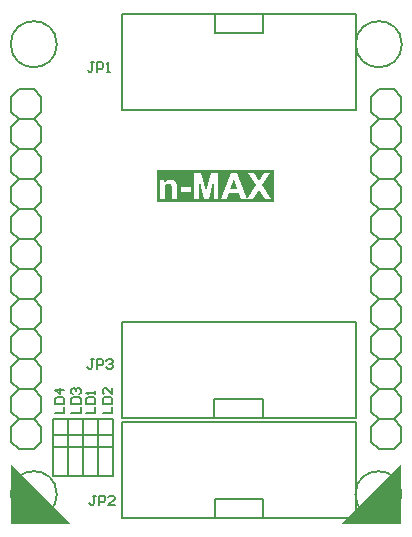
<source format=gto>
G04 Layer_Color=9279142*
%FSLAX44Y44*%
%MOMM*%
G71*
G01*
G75*
%ADD11C,0.2000*%
%ADD32C,0.1500*%
%ADD33C,0.1270*%
G36*
X222390Y273090D02*
X123230D01*
Y299868D01*
X222390D01*
Y273090D01*
D02*
G37*
G36*
X50800Y0D02*
X0D01*
Y50800D01*
X50800Y0D01*
D02*
G37*
G36*
X330200D02*
X279400D01*
X330200Y50950D01*
Y0D01*
D02*
G37*
%LPC*%
G36*
X152102Y285598D02*
X143889D01*
Y281412D01*
X152102D01*
Y285598D01*
D02*
G37*
G36*
X190780Y297368D02*
X186122D01*
X177688Y275590D01*
X182346D01*
X184139Y280531D01*
X192888D01*
X194776Y275590D01*
X199529D01*
X190780Y297368D01*
D02*
G37*
G36*
X175453D02*
X168845D01*
X164974Y282482D01*
X161071Y297368D01*
X154494D01*
Y275590D01*
X158554D01*
Y292710D01*
X162834Y275590D01*
X167082D01*
X171362Y292710D01*
X171394Y275590D01*
X175453D01*
Y297368D01*
D02*
G37*
G36*
X219229D02*
X214099D01*
X209788Y290853D01*
X205476Y297368D01*
X200347D01*
X207176Y286919D01*
X199654Y275590D01*
X204942D01*
X209788Y282954D01*
X214603Y275590D01*
X219890D01*
X212400Y286919D01*
X219229Y297368D01*
D02*
G37*
G36*
X135014Y291734D02*
X134794D01*
X134227Y291703D01*
X133661Y291609D01*
X133157Y291483D01*
X132654Y291325D01*
X132182Y291105D01*
X131772Y290885D01*
X131363Y290633D01*
X131017Y290413D01*
X130702Y290161D01*
X130419Y289909D01*
X130167Y289689D01*
X129979Y289468D01*
X129821Y289311D01*
X129695Y289185D01*
X129632Y289091D01*
X129601Y289059D01*
Y291388D01*
X125730D01*
Y275590D01*
X129916D01*
Y282702D01*
Y283174D01*
Y283615D01*
X129947Y284024D01*
X129979Y284370D01*
Y284716D01*
X130010Y285000D01*
X130042Y285283D01*
X130073Y285503D01*
X130136Y285881D01*
X130167Y286133D01*
X130230Y286290D01*
Y286322D01*
X130356Y286668D01*
X130545Y287014D01*
X130734Y287266D01*
X130923Y287517D01*
X131111Y287675D01*
X131269Y287832D01*
X131363Y287895D01*
X131395Y287927D01*
X131741Y288115D01*
X132087Y288273D01*
X132402Y288367D01*
X132717Y288461D01*
X132968Y288493D01*
X133157Y288524D01*
X133346D01*
X133661Y288493D01*
X133944Y288461D01*
X134164Y288398D01*
X134384Y288304D01*
X134573Y288210D01*
X134699Y288147D01*
X134762Y288115D01*
X134794Y288084D01*
X135014Y287927D01*
X135171Y287738D01*
X135454Y287360D01*
X135549Y287171D01*
X135612Y287045D01*
X135675Y286951D01*
Y286919D01*
X135738Y286762D01*
X135769Y286573D01*
X135832Y286101D01*
X135895Y285535D01*
X135927Y285000D01*
X135958Y284465D01*
Y284244D01*
Y284024D01*
Y283867D01*
Y283741D01*
Y283647D01*
Y283615D01*
Y275590D01*
X140143D01*
Y285377D01*
Y286038D01*
X140112Y286573D01*
X140081Y287077D01*
X140018Y287454D01*
X139986Y287769D01*
X139923Y287989D01*
X139892Y288147D01*
Y288178D01*
X139797Y288556D01*
X139671Y288871D01*
X139546Y289185D01*
X139388Y289437D01*
X139262Y289657D01*
X139168Y289815D01*
X139105Y289909D01*
X139073Y289941D01*
X138822Y290224D01*
X138539Y290476D01*
X138255Y290696D01*
X137972Y290885D01*
X137720Y291042D01*
X137500Y291136D01*
X137374Y291199D01*
X137311Y291231D01*
X136871Y291388D01*
X136430Y291514D01*
X136021Y291609D01*
X135643Y291672D01*
X135297Y291703D01*
X135014Y291734D01*
D02*
G37*
%LPD*%
G36*
X191472Y284213D02*
X185461D01*
X188419Y292301D01*
X191472Y284213D01*
D02*
G37*
D11*
X172750Y415750D02*
Y432250D01*
Y415750D02*
X213500D01*
Y432250D01*
X292000Y350750D02*
Y432250D01*
X94000Y350750D02*
X292000D01*
X94000Y432250D02*
X292000D01*
X94000Y350750D02*
Y432250D01*
X291500Y89750D02*
Y171250D01*
X93500Y89750D02*
X291500D01*
X93500Y171250D02*
X291500D01*
X93500Y89750D02*
Y171250D01*
X172000Y89750D02*
Y106250D01*
X212750D01*
Y89750D02*
Y106250D01*
X291750Y5000D02*
Y86500D01*
X93750Y5000D02*
X291750D01*
X93750Y86500D02*
X291750D01*
X93750Y5000D02*
Y86500D01*
X172250Y5000D02*
Y21500D01*
X213000D01*
Y5000D02*
Y21500D01*
X70082Y390997D02*
X67416D01*
X68749D01*
Y384333D01*
X67416Y383000D01*
X66083D01*
X64750Y384333D01*
X72747Y383000D02*
Y390997D01*
X76746D01*
X78079Y389664D01*
Y386999D01*
X76746Y385666D01*
X72747D01*
X80745Y383000D02*
X83411D01*
X82078D01*
Y390997D01*
X80745Y389664D01*
X63253Y94000D02*
X71250D01*
Y99332D01*
X63253Y101997D02*
X71250D01*
Y105996D01*
X69917Y107329D01*
X64585D01*
X63253Y105996D01*
Y101997D01*
X71250Y109995D02*
Y112661D01*
Y111328D01*
X63253D01*
X64585Y109995D01*
X69832Y139747D02*
X67166D01*
X68499D01*
Y133083D01*
X67166Y131750D01*
X65833D01*
X64500Y133083D01*
X72497Y131750D02*
Y139747D01*
X76496D01*
X77829Y138414D01*
Y135749D01*
X76496Y134416D01*
X72497D01*
X80495Y138414D02*
X81828Y139747D01*
X84494D01*
X85826Y138414D01*
Y137082D01*
X84494Y135749D01*
X83161D01*
X84494D01*
X85826Y134416D01*
Y133083D01*
X84494Y131750D01*
X81828D01*
X80495Y133083D01*
X71582Y24247D02*
X68916D01*
X70249D01*
Y17583D01*
X68916Y16250D01*
X67583D01*
X66250Y17583D01*
X74247Y16250D02*
Y24247D01*
X78246D01*
X79579Y22915D01*
Y20249D01*
X78246Y18916D01*
X74247D01*
X87576Y16250D02*
X82245D01*
X87576Y21582D01*
Y22915D01*
X86243Y24247D01*
X83578D01*
X82245Y22915D01*
X37003Y94000D02*
X45000D01*
Y99332D01*
X37003Y101997D02*
X45000D01*
Y105996D01*
X43667Y107329D01*
X38335D01*
X37003Y105996D01*
Y101997D01*
X45000Y113994D02*
X37003D01*
X41001Y109995D01*
Y115326D01*
X50753Y94000D02*
X58750D01*
Y99332D01*
X50753Y101997D02*
X58750D01*
Y105996D01*
X57417Y107329D01*
X52085D01*
X50753Y105996D01*
Y101997D01*
X52085Y109995D02*
X50753Y111328D01*
Y113994D01*
X52085Y115326D01*
X53418D01*
X54751Y113994D01*
Y112661D01*
Y113994D01*
X56084Y115326D01*
X57417D01*
X58750Y113994D01*
Y111328D01*
X57417Y109995D01*
X77503Y94000D02*
X85500D01*
Y99332D01*
X77503Y101997D02*
X85500D01*
Y105996D01*
X84167Y107329D01*
X78836D01*
X77503Y105996D01*
Y101997D01*
X85500Y115326D02*
Y109995D01*
X80168Y115326D01*
X78836D01*
X77503Y113994D01*
Y111328D01*
X78836Y109995D01*
D32*
X38550Y25400D02*
G03*
X38550Y25400I-19500J0D01*
G01*
X330396D02*
G03*
X330396Y25400I-19500J0D01*
G01*
X38550Y406400D02*
G03*
X38550Y406400I-19500J0D01*
G01*
X330650D02*
G03*
X330650Y406400I-19500J0D01*
G01*
X73810Y65278D02*
Y89408D01*
X60960Y65278D02*
X73810D01*
X60960D02*
Y89408D01*
X73810D01*
X61060Y75720D02*
X73760D01*
X60960Y65278D02*
X73660D01*
X60960Y41148D02*
Y65278D01*
Y41148D02*
X73660D01*
Y65278D01*
X48410D02*
Y89408D01*
X35560Y65278D02*
X48410D01*
X35560D02*
Y89408D01*
X48410D01*
X35660Y75720D02*
X48360D01*
X61110Y65278D02*
Y89408D01*
X48260Y65278D02*
X61110D01*
X48260D02*
Y89408D01*
X61110D01*
X48360Y75720D02*
X61060D01*
X86510Y65278D02*
Y89408D01*
X73660Y65278D02*
X86510D01*
X73660D02*
Y89408D01*
X86510D01*
X73760Y75720D02*
X86460D01*
X35560Y65278D02*
X48260D01*
X35560Y41148D02*
Y65278D01*
Y41148D02*
X48260D01*
Y65278D01*
X60960D01*
X48260Y41148D02*
Y65278D01*
Y41148D02*
X60960D01*
Y65278D01*
X73660D02*
X86360D01*
X73660Y41148D02*
Y65278D01*
Y41148D02*
X86360D01*
Y65278D01*
D33*
X19050Y88900D02*
X25400Y82550D01*
X19050Y63500D02*
X25400Y69850D01*
X6350Y63500D02*
X19050D01*
X0Y69850D02*
X6350Y63500D01*
X0Y69850D02*
Y82550D01*
X6350Y88900D01*
X19050Y114300D02*
X25400Y120650D01*
X6350Y114300D02*
X19050D01*
X0Y120650D02*
X6350Y114300D01*
X19050D02*
X25400Y107950D01*
X19050Y88900D02*
X25400Y95250D01*
X6350Y88900D02*
X19050D01*
X0Y95250D02*
X6350Y88900D01*
X0Y95250D02*
Y107950D01*
X6350Y114300D01*
X19050Y165100D02*
X25400Y158750D01*
X19050Y139700D02*
X25400Y146050D01*
X6350Y139700D02*
X19050D01*
X0Y146050D02*
X6350Y139700D01*
X0Y146050D02*
Y158750D01*
X6350Y165100D01*
X19050Y139700D02*
X25400Y133350D01*
X0D02*
X6350Y139700D01*
X0Y120650D02*
Y133350D01*
X19050Y190500D02*
X25400Y196850D01*
X6350Y190500D02*
X19050D01*
X0Y196850D02*
X6350Y190500D01*
X19050D02*
X25400Y184150D01*
X19050Y165100D02*
X25400Y171450D01*
X6350Y165100D02*
X19050D01*
X0Y171450D02*
X6350Y165100D01*
X0Y171450D02*
Y184150D01*
X6350Y190500D01*
X19050Y241300D02*
X25400Y234950D01*
X19050Y215900D02*
X25400Y222250D01*
X6350Y215900D02*
X19050D01*
X0Y222250D02*
X6350Y215900D01*
X0Y222250D02*
Y234950D01*
X6350Y241300D01*
X19050Y215900D02*
X25400Y209550D01*
X0D02*
X6350Y215900D01*
X0Y196850D02*
Y209550D01*
X19050Y266700D02*
X25400Y273050D01*
X6350Y266700D02*
X19050D01*
X0Y273050D02*
X6350Y266700D01*
X19050D02*
X25400Y260350D01*
X19050Y241300D02*
X25400Y247650D01*
X6350Y241300D02*
X19050D01*
X0Y247650D02*
X6350Y241300D01*
X0Y247650D02*
Y260350D01*
X6350Y266700D01*
X19050Y317500D02*
X25400Y311150D01*
X19050Y292100D02*
X25400Y298450D01*
X6350Y292100D02*
X19050D01*
X0Y298450D02*
X6350Y292100D01*
X0Y298450D02*
Y311150D01*
X6350Y317500D01*
X19050Y292100D02*
X25400Y285750D01*
X0D02*
X6350Y292100D01*
X0Y273050D02*
Y285750D01*
X19050Y342900D02*
X25400Y349250D01*
X6350Y342900D02*
X19050D01*
X0Y349250D02*
X6350Y342900D01*
X19050D02*
X25400Y336550D01*
X19050Y317500D02*
X25400Y323850D01*
X6350Y317500D02*
X19050D01*
X0Y323850D02*
X6350Y317500D01*
X0Y323850D02*
Y336550D01*
X6350Y342900D01*
Y368300D02*
X19050D01*
X25400Y361950D01*
X0D02*
X6350Y368300D01*
X0Y349250D02*
Y361950D01*
X323850Y88900D02*
X330200Y82550D01*
Y69850D02*
Y82550D01*
X323850Y63500D02*
X330200Y69850D01*
X311150Y63500D02*
X323850D01*
X304800Y69850D02*
X311150Y63500D01*
X304800Y69850D02*
Y82550D01*
X311150Y88900D01*
X330200Y120650D02*
Y133350D01*
X323850Y114300D02*
X330200Y120650D01*
X311150Y114300D02*
X323850D01*
X304800Y120650D02*
X311150Y114300D01*
X323850D02*
X330200Y107950D01*
Y95250D02*
Y107950D01*
X323850Y88900D02*
X330200Y95250D01*
X311150Y88900D02*
X323850D01*
X304800Y95250D02*
X311150Y88900D01*
X304800Y95250D02*
Y107950D01*
X311150Y114300D01*
X323850Y165100D02*
X330200Y158750D01*
Y146050D02*
Y158750D01*
X323850Y139700D02*
X330200Y146050D01*
X311150Y139700D02*
X323850D01*
X304800Y146050D02*
X311150Y139700D01*
X304800Y146050D02*
Y158750D01*
X311150Y165100D01*
X323850Y139700D02*
X330200Y133350D01*
X304800D02*
X311150Y139700D01*
X304800Y120650D02*
Y133350D01*
X330200Y196850D02*
Y209550D01*
X323850Y190500D02*
X330200Y196850D01*
X311150Y190500D02*
X323850D01*
X304800Y196850D02*
X311150Y190500D01*
X323850D02*
X330200Y184150D01*
Y171450D02*
Y184150D01*
X323850Y165100D02*
X330200Y171450D01*
X311150Y165100D02*
X323850D01*
X304800Y171450D02*
X311150Y165100D01*
X304800Y171450D02*
Y184150D01*
X311150Y190500D01*
X323850Y241300D02*
X330200Y234950D01*
Y222250D02*
Y234950D01*
X323850Y215900D02*
X330200Y222250D01*
X311150Y215900D02*
X323850D01*
X304800Y222250D02*
X311150Y215900D01*
X304800Y222250D02*
Y234950D01*
X311150Y241300D01*
X323850Y215900D02*
X330200Y209550D01*
X304800D02*
X311150Y215900D01*
X304800Y196850D02*
Y209550D01*
X330200Y273050D02*
Y285750D01*
X323850Y266700D02*
X330200Y273050D01*
X311150Y266700D02*
X323850D01*
X304800Y273050D02*
X311150Y266700D01*
X323850D02*
X330200Y260350D01*
Y247650D02*
Y260350D01*
X323850Y241300D02*
X330200Y247650D01*
X311150Y241300D02*
X323850D01*
X304800Y247650D02*
X311150Y241300D01*
X304800Y247650D02*
Y260350D01*
X311150Y266700D01*
X323850Y317500D02*
X330200Y311150D01*
Y298450D02*
Y311150D01*
X323850Y292100D02*
X330200Y298450D01*
X311150Y292100D02*
X323850D01*
X304800Y298450D02*
X311150Y292100D01*
X304800Y298450D02*
Y311150D01*
X311150Y317500D01*
X323850Y292100D02*
X330200Y285750D01*
X304800D02*
X311150Y292100D01*
X304800Y273050D02*
Y285750D01*
X330200Y349250D02*
Y361950D01*
X323850Y342900D02*
X330200Y349250D01*
X311150Y342900D02*
X323850D01*
X304800Y349250D02*
X311150Y342900D01*
X323850D02*
X330200Y336550D01*
Y323850D02*
Y336550D01*
X323850Y317500D02*
X330200Y323850D01*
X311150Y317500D02*
X323850D01*
X304800Y323850D02*
X311150Y317500D01*
X304800Y323850D02*
Y336550D01*
X311150Y342900D01*
Y368300D02*
X323850D01*
X330200Y361950D01*
X304800D02*
X311150Y368300D01*
X304800Y349250D02*
Y361950D01*
X25400Y69850D02*
Y82550D01*
Y120650D02*
Y133350D01*
Y95250D02*
Y107950D01*
Y146050D02*
Y158750D01*
Y196850D02*
Y209550D01*
Y171450D02*
Y184150D01*
Y222250D02*
Y234950D01*
Y273050D02*
Y285750D01*
Y247650D02*
Y260350D01*
Y298450D02*
Y311150D01*
Y349250D02*
Y361950D01*
Y323850D02*
Y336550D01*
M02*

</source>
